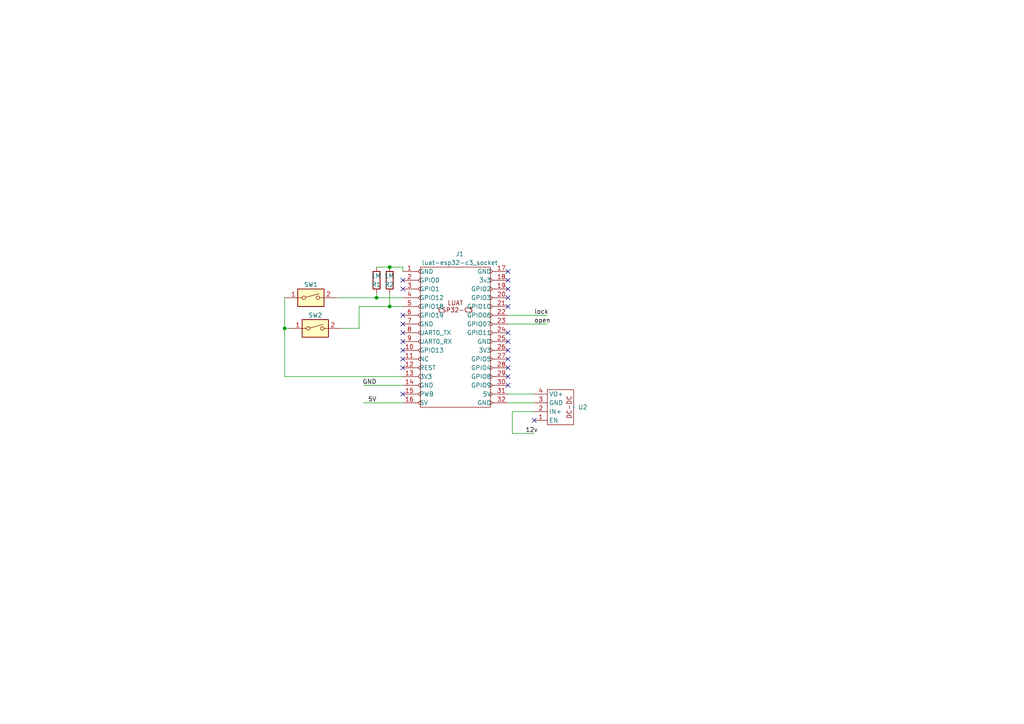
<source format=kicad_sch>
(kicad_sch (version 20230121) (generator eeschema)
  (paper "A4")
  (lib_symbols
    (symbol "Device:R" (pin_numbers hide) (pin_names (offset 0))
      (property "Reference" "R" (at 2.032 0 90))
      (property "Value" "R" (at 0 0 90))
      (symbol "R_0_1"
        (rectangle (start -1.016 -2.54) (end 1.016 2.54) (stroke (width 0.254)))
      )
      (symbol "R_1_1"
        (pin passive line (at 0 3.81 270) (length 1.27) (name "~") (number "1"))
        (pin passive line (at 0 -3.81 90) (length 1.27) (name "~") (number "2"))
      )
    )
    (symbol "My-DCDC:taobaoDCDC"
      (property "Reference" "U" (at -3.81 1.27 0))
      (symbol "taobaoDCDC_0_1"
        (rectangle (start -5.08 0) (end 5.08 -7.62))
      )
      (symbol "taobaoDCDC_1_1"
        (text "DC-DC" (at 0 -1.27 0) (effects (font (size 1.27 1.27))))
        (pin passive line (at 3.81 -11.43 90) (length 3.81) (name "EN") (number "1"))
        (pin passive line (at 1.27 -11.43 90) (length 3.81) (name "IN+") (number "2"))
        (pin passive line (at -1.27 -11.43 90) (length 3.81) (name "GND") (number "3"))
        (pin passive line (at -3.81 -11.43 90) (length 3.81) (name "VO+") (number "4"))
      )
    )
    (symbol "My_devBoard:luat-esp32-c3_socket" (pin_names (offset 1.016))
      (property "Reference" "J" (at 5.08 2.54 0))
      (property "Value" "luat-esp32-c3_socket" (at 5.08 -38.1 0))
      (symbol "luat-esp32-c3_socket_0_1"
        (rectangle (start -5.08 3.81) (end 15.24 -36.83))
      )
      (symbol "luat-esp32-c3_socket_1_1"
        (arc (start -5.08 -35.052) (mid -5.586 -35.56) (end -5.08 -36.068) (stroke (width 0.1524)))
        (arc (start -5.08 -32.512) (mid -5.586 -33.02) (end -5.08 -33.528) (stroke (width 0.1524)))
        (arc (start -5.08 -29.972) (mid -5.586 -30.48) (end -5.08 -30.988) (stroke (width 0.1524)))
        (arc (start -5.08 -27.432) (mid -5.586 -27.94) (end -5.08 -28.448) (stroke (width 0.1524)))
        (arc (start -5.08 -24.892) (mid -5.586 -25.4) (end -5.08 -25.908) (stroke (width 0.1524)))
        (arc (start -5.08 -22.352) (mid -5.586 -22.86) (end -5.08 -23.368) (stroke (width 0.1524)))
        (arc (start -5.08 -19.812) (mid -5.586 -20.32) (end -5.08 -20.828) (stroke (width 0.1524)))
        (arc (start -5.08 -17.272) (mid -5.586 -17.78) (end -5.08 -18.288) (stroke (width 0.1524)))
        (arc (start -5.08 -14.732) (mid -5.586 -15.24) (end -5.08 -15.748) (stroke (width 0.1524)))
        (arc (start -5.08 -12.192) (mid -5.586 -12.7) (end -5.08 -13.208) (stroke (width 0.1524)))
        (arc (start -5.08 -9.652) (mid -5.586 -10.16) (end -5.08 -10.668) (stroke (width 0.1524)))
        (arc (start -5.08 -7.112) (mid -5.586 -7.62) (end -5.08 -8.128) (stroke (width 0.1524)))
        (arc (start -5.08 -4.572) (mid -5.586 -5.08) (end -5.08 -5.588) (stroke (width 0.1524)))
        (arc (start -5.08 -2.032) (mid -5.586 -2.54) (end -5.08 -3.048) (stroke (width 0.1524)))
        (arc (start -5.08 0.508) (mid -5.586 0) (end -5.08 -0.508) (stroke (width 0.1524)))
        (arc (start -5.08 3.048) (mid -5.586 2.54) (end -5.08 2.032) (stroke (width 0.1524)))
        (polyline (pts (xy -6.35 -35.56) (xy -5.588 -35.56)) (stroke (width 0.1524)))
        (polyline (pts (xy -6.35 -33.02) (xy -5.588 -33.02)) (stroke (width 0.1524)))
        (polyline (pts (xy -6.35 -30.48) (xy -5.588 -30.48)) (stroke (width 0.1524)))
        (polyline (pts (xy -6.35 -27.94) (xy -5.588 -27.94)) (stroke (width 0.1524)))
        (polyline (pts (xy -6.35 -25.4) (xy -5.588 -25.4)) (stroke (width 0.1524)))
        (polyline (pts (xy -6.35 -22.86) (xy -5.588 -22.86)) (stroke (width 0.1524)))
        (polyline (pts (xy -6.35 -20.32) (xy -5.588 -20.32)) (stroke (width 0.1524)))
        (polyline (pts (xy -6.35 -17.78) (xy -5.588 -17.78)) (stroke (width 0.1524)))
        (polyline (pts (xy -6.35 -15.24) (xy -5.588 -15.24)) (stroke (width 0.1524)))
        (polyline (pts (xy -6.35 -12.7) (xy -5.588 -12.7)) (stroke (width 0.1524)))
        (polyline (pts (xy -6.35 -10.16) (xy -5.588 -10.16)) (stroke (width 0.1524)))
        (polyline (pts (xy -6.35 -7.62) (xy -5.588 -7.62)) (stroke (width 0.1524)))
        (polyline (pts (xy -6.35 -5.08) (xy -5.588 -5.08)) (stroke (width 0.1524)))
        (polyline (pts (xy -6.35 -2.54) (xy -5.588 -2.54)) (stroke (width 0.1524)))
        (polyline (pts (xy -6.35 0) (xy -5.588 0)) (stroke (width 0.1524)))
        (polyline (pts (xy -6.35 2.54) (xy -5.588 2.54)) (stroke (width 0.1524)))
        (polyline (pts (xy 16.51 -35.56) (xy 15.748 -35.56)) (stroke (width 0.1524)))
        (polyline (pts (xy 16.51 -33.02) (xy 15.748 -33.02)) (stroke (width 0.1524)))
        (polyline (pts (xy 16.51 -30.48) (xy 15.748 -30.48)) (stroke (width 0.1524)))
        (polyline (pts (xy 16.51 -27.94) (xy 15.748 -27.94)) (stroke (width 0.1524)))
        (polyline (pts (xy 16.51 -25.4) (xy 15.748 -25.4)) (stroke (width 0.1524)))
        (polyline (pts (xy 16.51 -22.86) (xy 15.748 -22.86)) (stroke (width 0.1524)))
        (polyline (pts (xy 16.51 -20.32) (xy 15.748 -20.32)) (stroke (width 0.1524)))
        (polyline (pts (xy 16.51 -17.78) (xy 15.748 -17.78)) (stroke (width 0.1524)))
        (polyline (pts (xy 16.51 -15.24) (xy 15.748 -15.24)) (stroke (width 0.1524)))
        (polyline (pts (xy 16.51 -12.7) (xy 15.748 -12.7)) (stroke (width 0.1524)))
        (polyline (pts (xy 16.51 -10.16) (xy 15.748 -10.16)) (stroke (width 0.1524)))
        (polyline (pts (xy 16.51 -7.62) (xy 15.748 -7.62)) (stroke (width 0.1524)))
        (polyline (pts (xy 16.51 -5.08) (xy 15.748 -5.08)) (stroke (width 0.1524)))
        (polyline (pts (xy 16.51 -2.54) (xy 15.748 -2.54)) (stroke (width 0.1524)))
        (polyline (pts (xy 16.51 0) (xy 15.748 0)) (stroke (width 0.1524)))
        (polyline (pts (xy 16.51 2.54) (xy 15.748 2.54)) (stroke (width 0.1524)))
        (arc (start 15.24 -36.068) (mid 15.7458 -35.56) (end 15.24 -35.052) (stroke (width 0.1524)))
        (arc (start 15.24 -33.528) (mid 15.7458 -33.02) (end 15.24 -32.512) (stroke (width 0.1524)))
        (arc (start 15.24 -30.988) (mid 15.7458 -30.48) (end 15.24 -29.972) (stroke (width 0.1524)))
        (arc (start 15.24 -28.448) (mid 15.7458 -27.94) (end 15.24 -27.432) (stroke (width 0.1524)))
        (arc (start 15.24 -25.908) (mid 15.7458 -25.4) (end 15.24 -24.892) (stroke (width 0.1524)))
        (arc (start 15.24 -23.368) (mid 15.7458 -22.86) (end 15.24 -22.352) (stroke (width 0.1524)))
        (arc (start 15.24 -20.828) (mid 15.7458 -20.32) (end 15.24 -19.812) (stroke (width 0.1524)))
        (arc (start 15.24 -18.288) (mid 15.7458 -17.78) (end 15.24 -17.272) (stroke (width 0.1524)))
        (arc (start 15.24 -15.748) (mid 15.7458 -15.24) (end 15.24 -14.732) (stroke (width 0.1524)))
        (arc (start 15.24 -13.208) (mid 15.7458 -12.7) (end 15.24 -12.192) (stroke (width 0.1524)))
        (arc (start 15.24 -10.668) (mid 15.7458 -10.16) (end 15.24 -9.652) (stroke (width 0.1524)))
        (arc (start 15.24 -8.128) (mid 15.7458 -7.62) (end 15.24 -7.112) (stroke (width 0.1524)))
        (arc (start 15.24 -5.588) (mid 15.7458 -5.08) (end 15.24 -4.572) (stroke (width 0.1524)))
        (arc (start 15.24 -3.048) (mid 15.7458 -2.54) (end 15.24 -2.032) (stroke (width 0.1524)))
        (arc (start 15.24 -0.508) (mid 15.7458 0) (end 15.24 0.508) (stroke (width 0.1524)))
        (arc (start 15.24 2.032) (mid 15.7458 2.54) (end 15.24 3.048) (stroke (width 0.1524)))
        (text "LUAT\nESP32-C3" (at 5.08 -7.62 0) (effects (font (size 1.27 1.27))))
        (pin passive line (at -10.16 2.54 0) (length 3.81) (name "GND") (number "1"))
        (pin passive line (at -10.16 -20.32 0) (length 3.81) (name "GPIO13") (number "10"))
        (pin passive line (at -10.16 -22.86 0) (length 3.81) (name "NC") (number "11"))
        (pin passive line (at -10.16 -25.4 0) (length 3.81) (name "REST") (number "12"))
        (pin passive line (at -10.16 -27.94 0) (length 3.81) (name "3V3") (number "13"))
        (pin passive line (at -10.16 -30.48 0) (length 3.81) (name "GND") (number "14"))
        (pin passive line (at -10.16 -33.02 0) (length 3.81) (name "PWB") (number "15"))
        (pin passive line (at -10.16 -35.56 0) (length 3.81) (name "5V") (number "16"))
        (pin passive line (at 20.32 2.54 180) (length 3.81) (name "GND") (number "17"))
        (pin passive line (at 20.32 0 180) (length 3.81) (name "3v3") (number "18"))
        (pin passive line (at 20.32 -2.54 180) (length 3.81) (name "GPIO2") (number "19"))
        (pin passive line (at -10.16 0 0) (length 3.81) (name "GPIO0") (number "2"))
        (pin passive line (at 20.32 -5.08 180) (length 3.81) (name "GPIO3") (number "20"))
        (pin passive line (at 20.32 -7.62 180) (length 3.81) (name "GPIO10") (number "21"))
        (pin passive line (at 20.32 -10.16 180) (length 3.81) (name "GPIO06") (number "22"))
        (pin passive line (at 20.32 -12.7 180) (length 3.81) (name "GPIO07") (number "23"))
        (pin passive line (at 20.32 -15.24 180) (length 3.81) (name "GPIO11") (number "24"))
        (pin passive line (at 20.32 -17.78 180) (length 3.81) (name "GND") (number "25"))
        (pin passive line (at 20.32 -20.32 180) (length 3.81) (name "3V3") (number "26"))
        (pin passive line (at 20.32 -22.86 180) (length 3.81) (name "GPIO5") (number "27"))
        (pin passive line (at 20.32 -25.4 180) (length 3.81) (name "GPIO4") (number "28"))
        (pin passive line (at 20.32 -27.94 180) (length 3.81) (name "GPIO8") (number "29"))
        (pin passive line (at -10.16 -2.54 0) (length 3.81) (name "GPIO1") (number "3"))
        (pin passive line (at 20.32 -30.48 180) (length 3.81) (name "GPIO9") (number "30"))
        (pin passive line (at 20.32 -33.02 180) (length 3.81) (name "5V") (number "31"))
        (pin passive line (at 20.32 -35.56 180) (length 3.81) (name "GND") (number "32"))
        (pin passive line (at -10.16 -5.08 0) (length 3.81) (name "GPIO12") (number "4"))
        (pin passive line (at -10.16 -7.62 0) (length 3.81) (name "GPIO18") (number "5"))
        (pin passive line (at -10.16 -10.16 0) (length 3.81) (name "GPIO19") (number "6"))
        (pin passive line (at -10.16 -12.7 0) (length 3.81) (name "GND") (number "7"))
        (pin passive line (at -10.16 -15.24 0) (length 3.81) (name "UART0_TX") (number "8"))
        (pin passive line (at -10.16 -17.78 0) (length 3.81) (name "UART0_RX") (number "9"))
      )
    )
    (symbol "Switch:SW_DIP_x01" (pin_names (offset 0) hide)
      (property "Reference" "SW" (at 0 3.81 0))
      (property "Value" "SW_DIP_x01" (at 0 -3.81 0))
      (symbol "SW_DIP_x01_0_0"
        (circle (center -2.032 0) (radius 0.508))
        (polyline (pts (xy -1.524 0.127) (xy 2.3622 1.1684)))
        (circle (center 2.032 0) (radius 0.508))
      )
      (symbol "SW_DIP_x01_0_1"
        (rectangle (start -3.81 2.54) (end 3.81 -2.54) (stroke (width 0.254)) (fill (type background)))
      )
      (symbol "SW_DIP_x01_1_1"
        (pin passive line (at -7.62 0 0) (length 5.08) (name "~") (number "1"))
        (pin passive line (at 7.62 0 180) (length 5.08) (name "~") (number "2"))
      )
    )
  )
  (junction (at 109.22 86.36))
  (junction (at 82.55 95.25))
  (junction (at 113.03 77.47))
  (junction (at 113.03 88.9))
  (no_connect (at 147.32 83.82))
  (no_connect (at 147.32 101.6))
  (no_connect (at 147.32 78.74))
  (no_connect (at 116.84 83.82))
  (no_connect (at 147.32 109.22))
  (no_connect (at 116.84 93.98))
  (no_connect (at 116.84 81.28))
  (no_connect (at 116.84 96.52))
  (no_connect (at 154.94 121.92))
  (no_connect (at 147.32 106.68))
  (no_connect (at 116.84 104.14))
  (no_connect (at 116.84 101.6))
  (no_connect (at 147.32 111.76))
  (no_connect (at 147.32 99.06))
  (no_connect (at 147.32 81.28))
  (no_connect (at 116.84 99.06))
  (no_connect (at 116.84 114.3))
  (no_connect (at 116.84 91.44))
  (no_connect (at 147.32 104.14))
  (no_connect (at 147.32 96.52))
  (no_connect (at 147.32 88.9))
  (no_connect (at 116.84 106.68))
  (no_connect (at 147.32 86.36))
  (wire (pts (xy 116.84 111.76) (xy 105.41 111.76)))
  (wire (pts (xy 97.79 86.36) (xy 109.22 86.36)))
  (wire (pts (xy 109.22 85.09) (xy 109.22 86.36)))
  (wire (pts (xy 109.22 86.36) (xy 116.84 86.36)))
  (wire (pts (xy 116.84 116.84) (xy 105.41 116.84)))
  (wire (pts (xy 113.03 85.09) (xy 113.03 88.9)))
  (wire (pts (xy 147.32 114.3) (xy 154.94 114.3)))
  (wire (pts (xy 116.84 77.47) (xy 116.84 78.74)))
  (wire (pts (xy 148.59 125.73) (xy 154.94 125.73)))
  (wire (pts (xy 82.55 109.22) (xy 82.55 95.25)))
  (wire (pts (xy 154.94 119.38) (xy 148.59 119.38)))
  (wire (pts (xy 116.84 109.22) (xy 82.55 109.22)))
  (wire (pts (xy 113.03 88.9) (xy 116.84 88.9)))
  (wire (pts (xy 104.14 88.9) (xy 104.14 95.25)))
  (wire (pts (xy 82.55 86.36) (xy 82.55 95.25)))
  (wire (pts (xy 147.32 93.98) (xy 158.75 93.98)))
  (wire (pts (xy 147.32 116.84) (xy 154.94 116.84)))
  (wire (pts (xy 148.59 119.38) (xy 148.59 125.73)))
  (wire (pts (xy 104.14 88.9) (xy 113.03 88.9)))
  (wire (pts (xy 109.22 77.47) (xy 113.03 77.47)))
  (wire (pts (xy 147.32 91.44) (xy 158.75 91.44)))
  (wire (pts (xy 113.03 77.47) (xy 116.84 77.47)))
  (wire (pts (xy 82.55 95.25) (xy 83.82 95.25)))
  (wire (pts (xy 104.14 95.25) (xy 99.06 95.25)))
  (label "GND" (at 109.22 111.76 180))
  (label "open" (at 154.94 93.98 0))
  (label "5V" (at 109.22 116.84 180))
  (label "lock" (at 154.94 91.44 0))
  (label "12v" (at 152.4 125.73 0))
  (symbol (lib_id "Device:R") (at 109.22 81.28 180) (unit 1)
    (property "Reference" "R1" (at 110.49 82.55 0) (effects (justify left)))
    (property "Value" "1M" (at 110.49 80.01 0) (effects (justify left)))
    (property "Footprint" "Resistor_THT:R_Axial_DIN0207_L6.3mm_D2.5mm_P7.62mm_Horizontal" (effects hide))
  )
  (symbol (lib_id "Switch:SW_DIP_x01") (at 91.44 95.25 0) (unit 1)
    (property "Reference" "SW2" (at 91.44 91.44 0))
    (property "Value" "SW_DIP_x01" (effects hide))
    (property "Footprint" "Button_Switch_Keyboard:SW_Cherry_MX_1.00u_Plate" (effects hide))
  )
  (symbol (lib_id "My_devBoard:luat-esp32-c3_socket") (at 127 81.28 0) (unit 1)
    (property "Reference" "J1" (at 133.35 73.66 0))
    (property "Value" "luat-esp32-c3_socket" (at 133.35 76.2 0))
    (property "Footprint" "MydevBoard:luat-esp32-c3-devBoard" (effects hide))
  )
  (symbol (lib_id "My-DCDC:taobaoDCDC") (at 166.37 118.11 270) (unit 1)
    (property "Reference" "U2" (at 167.64 118.11 90) (effects (justify left)))
    (property "Value" "~" (at 166.37 118.11 0))
    (property "Footprint" "My_DCDC:taobaoDCDC" (effects hide))
  )
  (symbol (lib_id "Switch:SW_DIP_x01") (at 90.17 86.36 0) (unit 1)
    (property "Reference" "SW1" (at 90.17 82.55 0))
    (property "Value" "SW_DIP_x01" (effects hide))
    (property "Footprint" "Button_Switch_Keyboard:SW_Cherry_MX_1.00u_Plate" (effects hide))
  )
  (symbol (lib_id "Device:R") (at 113.03 81.28 180) (unit 1)
    (property "Reference" "R2" (at 114.3 82.55 0) (effects (justify left)))
    (property "Value" "1M" (at 114.3 80.01 0) (effects (justify left)))
    (property "Footprint" "Resistor_THT:R_Axial_DIN0207_L6.3mm_D2.5mm_P7.62mm_Horizontal" (effects hide))
  )
)
</source>
